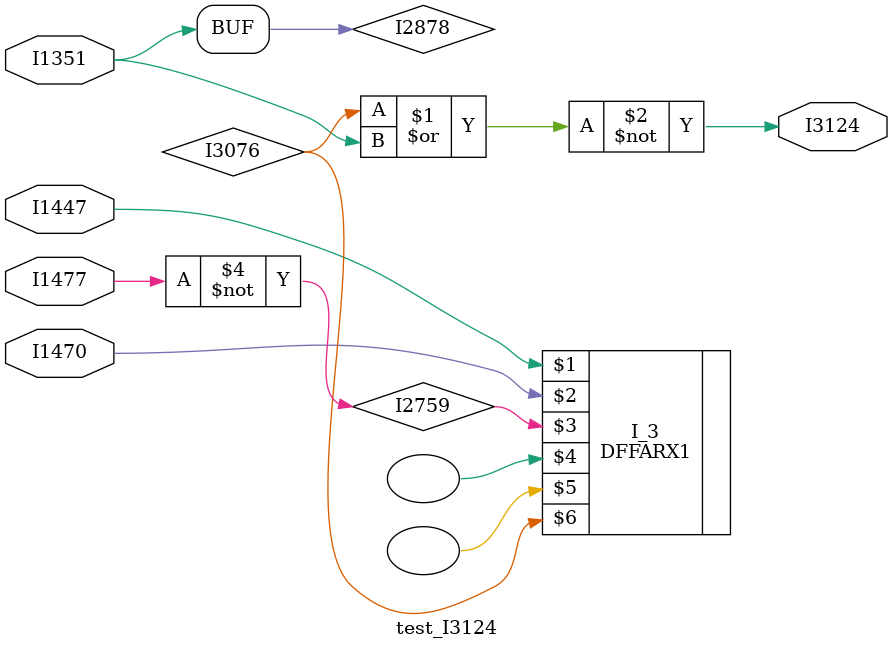
<source format=v>
module test_I3124(I1351,I1447,I1477,I1470,I3124);
input I1351,I1447,I1477,I1470;
output I3124;
wire I2878,I2759,I3076,I2861;
not I_0(I2878,I2861);
not I_1(I2759,I1477);
nor I_2(I3124,I3076,I2878);
DFFARX1 I_3(I1447,I1470,I2759,,,I3076,);
not I_4(I2861,I1351);
endmodule



</source>
